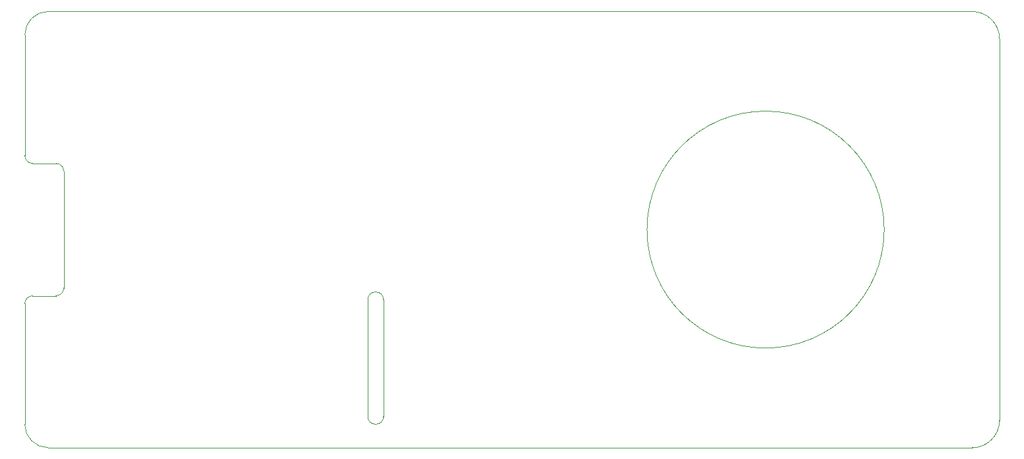
<source format=gm1>
G04 #@! TF.FileFunction,Profile,NP*
%FSLAX46Y46*%
G04 Gerber Fmt 4.6, Leading zero omitted, Abs format (unit mm)*
G04 Created by KiCad (PCBNEW 4.0.6) date 08/03/17 11:48:30*
%MOMM*%
%LPD*%
G01*
G04 APERTURE LIST*
%ADD10C,0.100000*%
G04 APERTURE END LIST*
D10*
X207997751Y-88190000D02*
G75*
G03X207997751Y-88190000I-15207751J0D01*
G01*
X97790000Y-78700000D02*
X97790000Y-63180000D01*
X219290000Y-116190000D02*
G75*
G03X222790000Y-112690000I0J3500000D01*
G01*
X219290291Y-116190000D02*
X159790000Y-116190000D01*
X222789986Y-63699999D02*
G75*
G03X219290000Y-60190000I-3499986J9999D01*
G01*
X222790000Y-63697979D02*
X222790000Y-112692121D01*
X159290000Y-60190000D02*
X219290203Y-60190000D01*
X100790000Y-60190000D02*
X159290000Y-60190000D01*
X100790000Y-60190000D02*
G75*
G03X97790000Y-63190000I0J-3000000D01*
G01*
X143790000Y-112190000D02*
G75*
G02X141790000Y-112190000I-1000000J0D01*
G01*
X143790000Y-97190000D02*
G75*
G03X141790000Y-97190000I-1000000J0D01*
G01*
X143790000Y-97190000D02*
X143790000Y-112190000D01*
X141790000Y-97190000D02*
X141790000Y-112190000D01*
X98790000Y-96690000D02*
G75*
G03X97790000Y-97690000I0J-1000000D01*
G01*
X101790000Y-96690000D02*
G75*
G03X102790000Y-95690000I0J1000000D01*
G01*
X102790000Y-80690000D02*
G75*
G03X101790000Y-79690000I-1000000J0D01*
G01*
X97790000Y-78690000D02*
G75*
G03X98790000Y-79690000I1000000J0D01*
G01*
X97790000Y-113190000D02*
G75*
G03X100790000Y-116190000I3000000J0D01*
G01*
X97790000Y-97690000D02*
X97790000Y-113190000D01*
X98790000Y-96690000D02*
X101790000Y-96690000D01*
X98790000Y-79690000D02*
X101790000Y-79690000D01*
X102790000Y-80690000D02*
X102790000Y-95690000D01*
X100790000Y-116190000D02*
X159790000Y-116190000D01*
M02*

</source>
